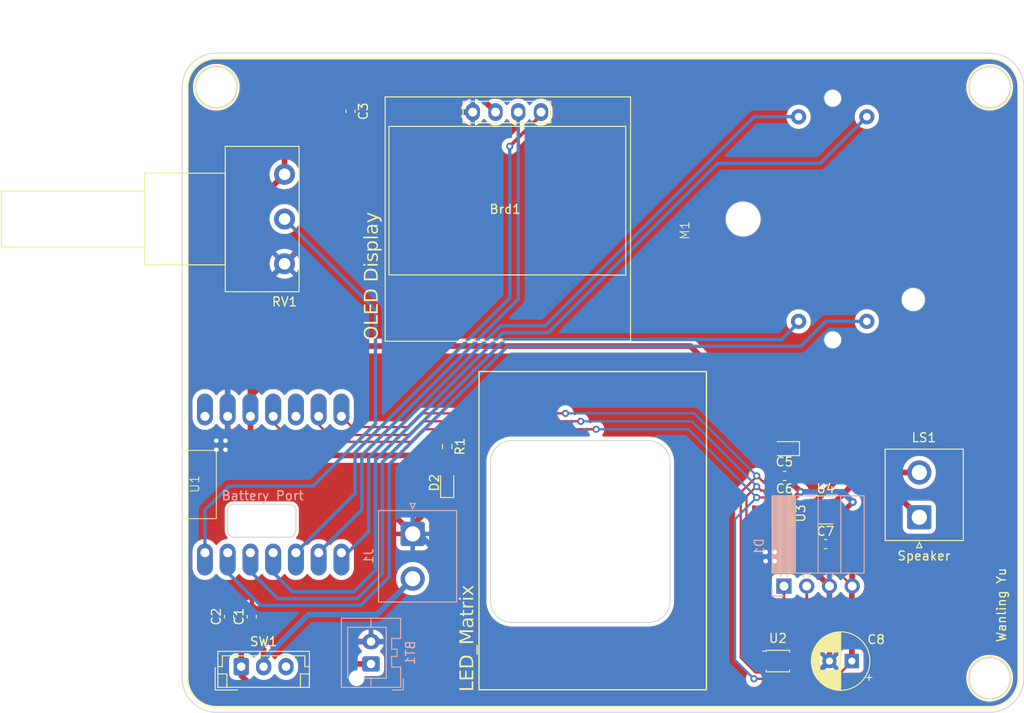
<source format=kicad_pcb>
(kicad_pcb (version 20221018) (generator pcbnew)
  (layers (0 "F.Cu" signal) (31 "B.Cu" signal) (34 "B.Paste" user) (35 "F.Paste" user) (36 "B.SilkS" user "B.Silkscreen") (37 "F.SilkS" user "F.Silkscreen") (38 "B.Mask" user) (39 "F.Mask" user) (44 "Edge.Cuts" user))
  (net 0 "")
  (net 2 "GND")
  (net 4 "/SCL")
  (net 5 "/SDA")
  (net 6 "+3.3V")
  (net 7 "Net-(U3-Vout)")
  (net 8 "Net-(U4-IN)")
  (net 9 "Net-(D1-CIN)")
  (net 10 "Net-(D1-DIN)")
  (net 11 "Net-(D2-A)")
  (net 12 "Net-(U4-OUT+)")
  (net 13 "Net-(U4-OUT-)")
  (net 14 "/M1")
  (net 15 "/M2")
  (net 16 "/M3")
  (net 17 "/M4")
  (net 18 "/Volumn")
  (net 20 "/SDI")
  (net 21 "/SCK")
  (net 22 "/CS")
  (net 23 "Net-(BT1-+)")
  (net 24 "Net-(J1-Pin_2)")
  (footprint "Capacitor_SMD:C_0603_1608Metric_Pad1.08x0.95mm_HandSolder" (layer "F.Cu") (at 81.4324 107.422 90)
    (fp_text reference "C2" (at 0 -1.43 90) (layer "F.SilkS"))
    (fp_text value "100n")
    (pad "1" smd roundrect (at -0.8625 0 90) (size 1.075 0.95) (layers "F.Cu" "F.Paste" "F.Mask") (net 23 "Net-(BT1-+)"))
    (pad "2" smd roundrect (at 0.8625 0 90) (size 1.075 0.95) (layers "F.Cu" "F.Paste" "F.Mask") (net 2 "GND"))
  )
  (footprint "Resistor_SMD:R_0603_1608Metric_Pad0.98x0.95mm_HandSolder" (layer "F.Cu") (at 105.791 88.4155 -90)
    (fp_text reference "R1" (at 0 -1.43 90) (layer "F.SilkS"))
    (fp_text value "1k")
    (pad "1" smd roundrect (at -0.9125 0 270) (size 0.975 0.95) (layers "F.Cu" "F.Paste" "F.Mask") (net 6 "+3.3V"))
    (pad "2" smd roundrect (at 0.9125 0 270) (size 0.975 0.95) (layers "F.Cu" "F.Paste" "F.Mask") (net 11 "Net-(D2-A)"))
  )
  (footprint "Capacitor_SMD:C_0603_1608Metric_Pad1.08x0.95mm_HandSolder" (layer "F.Cu") (at 94.996 50.957 -90)
    (fp_text reference "C3" (at 0 -1.43 90) (layer "F.SilkS"))
    (fp_text value "100n")
    (pad "1" smd roundrect (at -0.8625 0 270) (size 1.075 0.95) (layers "F.Cu" "F.Paste" "F.Mask") (net 6 "+3.3V"))
    (pad "2" smd roundrect (at 0.8625 0 270) (size 1.075 0.95) (layers "F.Cu" "F.Paste" "F.Mask") (net 2 "GND"))
  )
  (footprint "Potentiometer_THT:Potentiometer_Piher_PC-16_Single_Horizontal" (layer "F.Cu") (at 87.63 57.992 180)
    (fp_text reference "RV1" (at 0 -14.25) (layer "F.SilkS"))
    (fp_text value "R_Potentiometer")
    (pad "1" thru_hole circle (at 0 0 180) (size 2.34 2.34) (drill 1.3) (layers "*.Cu" "*.Mask") (net 6 "+3.3V"))
    (pad "2" thru_hole circle (at 0 -5 180) (size 2.34 2.34) (drill 1.3) (layers "*.Cu" "*.Mask") (net 18 "/Volumn"))
    (pad "3" thru_hole circle (at 0 -10 180) (size 2.34 2.34) (drill 1.3) (layers "*.Cu" "*.Mask") (net 2 "GND"))
  )
  (footprint "Capacitor_Tantalum_SMD:CP_EIA-1608-08_AVX-J_Pad1.25x1.05mm_HandSolder" (layer "F.Cu") (at 143.4477 88.6507 180)
    (fp_text reference "C5" (at 0 -1.48) (layer "F.SilkS"))
    (fp_text value "10u")
    (pad "1" smd roundrect (at -0.8 0 180) (size 1.25 1.05) (layers "F.Cu" "F.Paste" "F.Mask") (roundrect_rratio 0.2380952381) (net 6 "+3.3V"))
    (pad "2" smd roundrect (at 0.8 0 180) (size 1.25 1.05) (layers "F.Cu" "F.Paste" "F.Mask") (roundrect_rratio 0.2380952381) (net 2 "GND"))
  )
  (footprint "Capacitor_SMD:C_0603_1608Metric_Pad1.08x0.95mm_HandSolder" (layer "F.Cu") (at 143.4677 91.6987 180)
    (fp_text reference "C6" (at 0 -1.43) (layer "F.SilkS"))
    (fp_text value "100n")
    (pad "1" smd roundrect (at -0.8625 0 180) (size 1.075 0.95) (layers "F.Cu" "F.Paste" "F.Mask") (net 6 "+3.3V"))
    (pad "2" smd roundrect (at 0.8625 0 180) (size 1.075 0.95) (layers "F.Cu" "F.Paste" "F.Mask") (net 2 "GND"))
  )
  (footprint "Library:128x64OLED" (layer "F.Cu") (at 112.268 61.642)
    (fp_text reference "Brd1" (at 0 0.254) (layer "F.SilkS"))
    (fp_text value "SSD1306")
    (pad "1" thru_hole oval (at -3.62 -10.6 90) (size 2 1.6) (drill 1) (layers "*.Cu" "*.Mask") (net 2 "GND"))
    (pad "2" thru_hole oval (at -1.08 -10.6 90) (size 2 1.6) (drill 1) (layers "*.Cu" "*.Mask") (net 6 "+3.3V"))
    (pad "3" thru_hole oval (at 1.46 -10.6 90) (size 2 1.6) (drill 1) (layers "*.Cu" "*.Mask") (net 4 "/SCL"))
    (pad "4" thru_hole oval (at 4 -10.6 90) (size 2 1.6) (drill 1) (layers "*.Cu" "*.Mask") (net 5 "/SDA"))
  )
  (footprint "Connector_JST:JST_EH_B3B-EH-A_1x03_P2.50mm_Vertical" (layer "F.Cu") (at 82.7932 113.0106)
    (fp_text reference "SW1" (at 2.5 -2.8) (layer "F.SilkS"))
    (fp_text value "SW_SPDT")
    (pad "1" thru_hole roundrect (at 0 0) (size 1.7 1.95) (drill 0.95) (layers "*.Cu" "*.Mask") (roundrect_rratio 0.1470588235) (net 23 "Net-(BT1-+)"))
    (pad "2" thru_hole oval (at 2.5 0) (size 1.7 1.95) (drill 0.95) (layers "*.Cu" "*.Mask") (net 24 "Net-(J1-Pin_2)"))
    (pad "3" thru_hole oval (at 5 0) (size 1.7 1.95) (drill 0.95) (layers "*.Cu" "*.Mask"))
  )
  (footprint "Library:X27_stepper_motor" (layer "F.Cu") (at 159.004 60.452 90)
    (fp_text reference "M1" (at -3.81 -26.67 90 unlocked) (layer "F.SilkS") (effects (font (thickness 0.1))))
    (fp_text value "Stepper_Motor_bipolar")
    (fp_circle (center -16.04 -10.16) (end -15.09 -10.16) (stroke (width 0.05)) (fill none) (layer "Edge.Cuts"))
    (fp_circle (center -11.54 -1.16) (end -10.24 -1.16) (stroke (width 0.05)) (fill none) (layer "Edge.Cuts"))
    (fp_circle (center -2.54 -20.16) (end -0.59 -20.16) (stroke (width 0.05)) (fill none) (layer "Edge.Cuts"))
    (fp_circle (center 10.96 -10.16) (end 11.91 -10.16) (stroke (width 0.05)) (fill none) (layer "Edge.Cuts"))
    (pad "1" thru_hole circle (at 8.89 -13.97 90) (size 1.7 1.7) (drill 0.85) (layers "*.Cu" "*.Mask") (net 14 "/M1"))
    (pad "2" thru_hole circle (at 8.89 -6.35 90) (size 1.7 1.7) (drill 0.85) (layers "*.Cu" "*.Mask") (net 15 "/M2"))
    (pad "3" thru_hole circle (at -13.97 -6.35 90) (size 1.7 1.7) (drill 0.85) (layers "*.Cu" "*.Mask") (net 16 "/M3"))
    (pad "4" thru_hole circle (at -13.97 -13.97 90) (size 1.7 1.7) (drill 0.85) (layers "*.Cu" "*.Mask") (net 17 "/M4"))
  )
  (footprint "Package_DFN_QFN:DFN-8-1EP_3x2mm_P0.5mm_EP1.3x1.5mm" (layer "F.Cu") (at 143.2137 95.8897 -90)
    (fp_text reference "U3" (at 0 -2.05 90) (layer "F.SilkS"))
    (fp_text value "MCP4921")
    (pad "1" smd rect (at -1.45 -0.75 270) (size 0.75 0.3) (layers "F.Cu" "F.Paste" "F.Mask") (net 6 "+3.3V"))
    (pad "2" smd rect (at -1.45 -0.25 270) (size 0.75 0.3) (layers "F.Cu" "F.Paste" "F.Mask") (net 22 "/CS"))
    (pad "3" smd rect (at -1.45 0.25 270) (size 0.75 0.3) (layers "F.Cu" "F.Paste" "F.Mask") (net 21 "/SCK"))
    (pad "4" smd rect (at -1.45 0.75 270) (size 0.75 0.3) (layers "F.Cu" "F.Paste" "F.Mask") (net 20 "/SDI"))
    (pad "5" smd rect (at 1.45 0.75 270) (size 0.75 0.3) (layers "F.Cu" "F.Paste" "F.Mask") (net 2 "GND"))
    (pad "6" smd rect (at 1.45 0.25 270) (size 0.75 0.3) (layers "F.Cu" "F.Paste" "F.Mask") (net 6 "+3.3V"))
    (pad "7" smd rect (at 1.45 -0.25 270) (size 0.75 0.3) (layers "F.Cu" "F.Paste" "F.Mask") (net 2 "GND"))
    (pad "8" smd rect (at 1.45 -0.75 270) (size 0.75 0.3) (layers "F.Cu" "F.Paste" "F.Mask") (net 7 "Net-(U3-Vout)"))
    (pad "9" smd rect (at 0 0 270) (size 1.3 1.5) (layers "F.Cu" "F.Mask") (net 2 "GND"))
  )
  (footprint "Library:XIAO_ESP32_SENSE" (layer "F.Cu") (at 86.36 92.6592 90)
    (fp_text reference "U1" (at 0.0508 -8.763 90 unlocked) (layer "F.SilkS") (effects (font (thickness 0.1))))
    (fp_text value "Xiao-ESP32")
    (pad "1" thru_hole oval (at -7.62 -7.62 90) (size 3.556 1.778) (drill 1.016 (offset -0.762 0)) (layers "*.Cu" "*.Mask") (net 18 "/Volumn"))
    (pad "2" thru_hole oval (at -7.62 -5.08 90) (size 3.556 1.778) (drill 1.016 (offset -0.762 0)) (layers "*.Cu" "*.Mask") (net 16 "/M3"))
    (pad "3" thru_hole oval (at -7.62 -2.54 90) (size 3.556 1.778) (drill 1.016 (offset -0.762 0)) (layers "*.Cu" "*.Mask") (net 17 "/M4"))
    (pad "4" thru_hole oval (at -7.62 0 90) (size 3.556 1.778) (drill 1.016 (offset -0.762 0)) (layers "*.Cu" "*.Mask") (net 15 "/M2"))
    (pad "5" thru_hole oval (at -7.62 2.54 90) (size 3.556 1.778) (drill 1.016 (offset -0.762 0)) (layers "*.Cu" "*.Mask") (net 5 "/SDA"))
    (pad "6" thru_hole oval (at -7.62 5.08 90) (size 3.556 1.778) (drill 1.016 (offset -0.762 0)) (layers "*.Cu" "*.Mask") (net 4 "/SCL"))
    (pad "7" thru_hole oval (at -7.62 7.62 90) (size 3.556 1.778) (drill 1.016 (offset -0.762 0)) (layers "*.Cu" "*.Mask") (net 14 "/M1"))
    (pad "8" thru_hole oval (at 7.62 -7.62 90) (size 3.556 1.778) (drill 1.016 (offset 0.762 0)) (layers "*.Cu" "*.Mask"))
    (pad "9" thru_hole oval (at 7.62 -5.08 90) (size 3.556 1.778) (drill 1.016 (offset 0.762 0)) (layers "*.Cu" "*.Mask") (net 2 "GND"))
    (pad "10" thru_hole oval (at 7.62 -2.54 90) (size 3.556 1.778) (drill 1.016 (offset 0.762 0)) (layers "*.Cu" "*.Mask") (net 6 "+3.3V"))
    (pad "11" thru_hole oval (at 7.62 0 90) (size 3.556 1.778) (drill 1.016 (offset 0.762 0)) (layers "*.Cu" "*.Mask") (net 20 "/SDI"))
    (pad "12" thru_hole oval (at 7.62 2.54 90) (size 3.556 1.778) (drill 1.016 (offset 0.762 0)) (layers "*.Cu" "*.Mask"))
    (pad "13" thru_hole oval (at 7.62 5.08 90) (size 3.556 1.778) (drill 1.016 (offset 0.762 0)) (layers "*.Cu" "*.Mask") (net 21 "/SCK"))
    (pad "14" thru_hole oval (at 7.62 7.62 90) (size 3.556 1.778) (drill 1.016 (offset 0.762 0)) (layers "*.Cu" "*.Mask") (net 22 "/CS"))
  )
  (footprint "Package_TO_SOT_SMD:SOT-23-6" (layer "F.Cu") (at 148.0397 95.5087)
    (fp_text reference "U4" (at 0 -2.4) (layer "F.SilkS"))
    (fp_text value "PAM8301")
    (pad "1" smd roundrect (at -1.1375 -0.95) (size 1.325 0.6) (layers "F.Cu" "F.Paste" "F.Mask") (net 13 "Net-(U4-OUT-)"))
    (pad "2" smd roundrect (at -1.1375 0) (size 1.325 0.6) (layers "F.Cu" "F.Paste" "F.Mask") (net 2 "GND"))
    (pad "3" smd roundrect (at -1.1375 0.95) (size 1.325 0.6) (layers "F.Cu" "F.Paste" "F.Mask") (net 8 "Net-(U4-IN)"))
    (pad "4" smd roundrect (at 1.1375 0.95) (size 1.325 0.6) (layers "F.Cu" "F.Paste" "F.Mask") (net 6 "+3.3V"))
    (pad "5" smd roundrect (at 1.1375 0) (size 1.325 0.6) (layers "F.Cu" "F.Paste" "F.Mask") (net 6 "+3.3V"))
    (pad "6" smd roundrect (at 1.1375 -0.95) (size 1.325 0.6) (layers "F.Cu" "F.Paste" "F.Mask") (net 12 "Net-(U4-OUT+)"))
  )
  (footprint "Capacitor_SMD:C_0603_1608Metric_Pad1.08x0.95mm_HandSolder" (layer "F.Cu") (at 148.0397 99.3187)
    (fp_text reference "C7" (at 0 -1.43) (layer "F.SilkS"))
    (fp_text value "100n")
    (pad "1" smd roundrect (at -0.8625 0) (size 1.075 0.95) (layers "F.Cu" "F.Paste" "F.Mask") (net 7 "Net-(U3-Vout)"))
    (pad "2" smd roundrect (at 0.8625 0) (size 1.075 0.95) (layers "F.Cu" "F.Paste" "F.Mask") (net 8 "Net-(U4-IN)"))
  )
  (footprint "Capacitor_SMD:C_0603_1608Metric_Pad1.08x0.95mm_HandSolder" (layer "F.Cu") (at 83.9724 107.422 90)
    (fp_text reference "C1" (at 0 -1.43 90) (layer "F.SilkS"))
    (fp_text value "1u")
    (pad "1" smd roundrect (at -0.8625 0 90) (size 1.075 0.95) (layers "F.Cu" "F.Paste" "F.Mask") (net 24 "Net-(J1-Pin_2)"))
    (pad "2" smd roundrect (at 0.8625 0 90) (size 1.075 0.95) (layers "F.Cu" "F.Paste" "F.Mask") (net 2 "GND"))
  )
  (footprint "Connector_JST:JST_NV_B02P-NV_1x02_P5.00mm_Vertical" (layer "F.Cu") (at 158.5133 96.313 90)
    (fp_text reference "LS1" (at 8.89 0.508 180) (layer "F.SilkS"))
    (fp_text value "Speaker")
    (pad "1" thru_hole roundrect (at 0 0 90) (size 2.7 2.7) (drill 1.7) (layers "*.Cu" "*.Mask") (roundrect_rratio 0.09259296296) (net 12 "Net-(U4-OUT+)"))
    (pad "2" thru_hole circle (at 5 0 90) (size 2.7 2.7) (drill 1.7) (layers "*.Cu" "*.Mask") (net 13 "Net-(U4-OUT-)"))
  )
  (footprint "LED_SMD:LED_0603_1608Metric_Pad1.05x0.95mm_HandSolder" (layer "F.Cu") (at 105.791 92.456 90)
    (fp_text reference "D2" (at 0 -1.43 90) (layer "F.SilkS"))
    (fp_text value "LED")
    (pad "1" smd roundrect (at -0.875 0 90) (size 1.05 0.95) (layers "F.Cu" "F.Paste" "F.Mask") (net 2 "GND"))
    (pad "2" smd roundrect (at 0.875 0 90) (size 1.05 0.95) (layers "F.Cu" "F.Paste" "F.Mask") (net 11 "Net-(D2-A)"))
  )
  (footprint "Package_SO:VSSOP-8_2.4x2.1mm_P0.5mm" (layer "F.Cu") (at 142.7203 112.3892)
    (fp_text reference "U2" (at 0 -2.54) (layer "F.SilkS"))
    (fp_text value "TXB0102DCU")
    (pad "1" smd rect (at -1.55 -0.75) (size 0.75 0.25) (layers "F.Cu" "F.Paste" "F.Mask") (net 9 "Net-(D1-CIN)"))
    (pad "2" smd rect (at -1.55 -0.25) (size 0.75 0.25) (layers "F.Cu" "F.Paste" "F.Mask") (net 2 "GND"))
    (pad "3" smd rect (at -1.55 0.25) (size 0.75 0.25) (layers "F.Cu" "F.Paste" "F.Mask") (net 6 "+3.3V"))
    (pad "4" smd rect (at -1.55 0.75) (size 0.75 0.25) (layers "F.Cu" "F.Paste" "F.Mask") (net 21 "/SCK"))
    (pad "5" smd rect (at 1.55 0.75) (size 0.75 0.25) (layers "F.Cu" "F.Paste" "F.Mask") (net 20 "/SDI"))
    (pad "6" smd rect (at 1.55 0.25) (size 0.75 0.25) (layers "F.Cu" "F.Paste" "F.Mask") (net 22 "/CS"))
    (pad "7" smd rect (at 1.55 -0.25) (size 0.75 0.25) (layers "F.Cu" "F.Paste" "F.Mask") (net 6 "+3.3V"))
    (pad "8" smd rect (at 1.55 -0.75) (size 0.75 0.25) (layers "F.Cu" "F.Paste" "F.Mask") (net 10 "Net-(D1-DIN)"))
  )
  (footprint "Capacitor_THT:CP_Radial_D6.3mm_P2.50mm" (layer "F.Cu") (at 150.9803 112.3892 180)
    (fp_text reference "C8" (at -2.707 2.4072) (layer "F.SilkS"))
    (fp_text value locked "220u")
    (pad "1" thru_hole rect (at 0 0 180) (size 1.6 1.6) (drill 0.8) (layers "*.Cu" "*.Mask") (net 6 "+3.3V"))
    (pad "2" thru_hole circle (at 2.5 0 180) (size 1.6 1.6) (drill 0.8) (layers "*.Cu" "*.Mask") (net 2 "GND"))
  )
  (footprint "Connector_PinSocket_2.54mm:PinSocket_1x04_P2.54mm_Horizontal" (layer "B.Cu") (at 143.4003 104.013 -90)
    (fp_text reference "D1" (at -4.38 2.77 90) (layer "B.SilkS") (effects (justify mirror)))
    (fp_text value "LED_Matrix")
    (pad "1" thru_hole rect (at 0 0 270) (size 1.7 1.7) (drill 1) (layers "*.Cu" "*.Mask") (net 9 "Net-(D1-CIN)"))
    (pad "2" thru_hole oval (at 0 -2.54 270) (size 1.7 1.7) (drill 1) (layers "*.Cu" "*.Mask") (net 10 "Net-(D1-DIN)"))
    (pad "3" thru_hole oval (at 0 -5.08 270) (size 1.7 1.7) (drill 1) (layers "*.Cu" "*.Mask") (net 2 "GND"))
    (pad "4" thru_hole oval (at 0 -7.62 270) (size 1.7 1.7) (drill 1) (layers "*.Cu" "*.Mask") (net 6 "+3.3V"))
  )
  (footprint "Connector_JST:JST_XA_B02B-XASK-1-A_1x02_P2.50mm_Vertical" (layer "B.Cu") (at 97.282 112.7106 90)
    (fp_text reference "BT1" (at 1.25 4.4 90) (layer "B.SilkS") (effects (justify mirror)))
    (fp_text value "Battery_Cell")
    (pad "" np_thru_hole circle (at -1.6 -1.6 90) (size 1.25 1.25) (drill 1.25) (layers "*.Cu" "*.Mask"))
    (pad "1" thru_hole roundrect (at 0 0 90) (size 1.7 1.95) (drill 0.95) (layers "*.Cu" "*.Mask") (roundrect_rratio 0.1470588235) (net 23 "Net-(BT1-+)"))
    (pad "2" thru_hole oval (at 2.5 0 90) (size 1.7 1.95) (drill 0.95) (layers "*.Cu" "*.Mask") (net 2 "GND"))
  )
  (footprint "Connector_JST:JST_NV_B02P-NV_1x02_P5.00mm_Vertical" (layer "B.Cu") (at 101.939 98.1795 -90)
    (fp_text reference "J1" (at 2.5 4.9 -270) (layer "B.SilkS") (effects (justify mirror)))
    (fp_text value "Conn_01x02_Pin")
    (pad "1" thru_hole roundrect (at 0 0 270) (size 2.7 2.7) (drill 1.7) (layers "*.Cu" "*.Mask") (roundrect_rratio 0.09259296296) (net 2 "GND"))
    (pad "2" thru_hole circle (at 5 0 270) (size 2.7 2.7) (drill 1.7) (layers "*.Cu" "*.Mask") (net 24 "Net-(J1-Pin_2)"))
  )
  (gr_arc (start 80.01 117.475) (mid 77.764936 116.545064) (end 76.835 114.3) (stroke (width 0.15)) (layer "F.SilkS"))
  (gr_rect (start 109.347 80.03179) (end 134.747 115.59179) (stroke (width 0.15)) (fill none) (layer "F.SilkS"))
  (gr_arc (start 166.37 45.085) (mid 168.615064 46.014936) (end 169.545 48.26) (stroke (width 0.15)) (layer "F.SilkS"))
  (gr_circle (center 80.01 48.26) (end 82.423 48.26) (stroke (width 0.15)) (fill none) (layer "F.SilkS"))
  (gr_line (start 80.01 45.085) (end 166.37 45.085) (stroke (width 0.15)) (layer "F.SilkS"))
  (gr_line (start 166.37 117.475) (end 80.01 117.475) (stroke (width 0.15)) (layer "F.SilkS"))
  (gr_circle (center 166.37 114.3) (end 168.783 114.3) (stroke (width 0.15)) (fill none) (layer "F.SilkS"))
  (gr_arc (start 76.835 48.26) (mid 77.764936 46.014936) (end 80.01 45.085) (stroke (width 0.15)) (layer "F.SilkS"))
  (gr_circle (center 166.37 48.26) (end 168.783 48.26) (stroke (width 0.15)) (fill none) (layer "F.SilkS"))
  (gr_line (start 76.835 114.3) (end 76.835 48.26) (stroke (width 0.15)) (layer "F.SilkS"))
  (gr_arc (start 169.545 114.3) (mid 168.615064 116.545064) (end 166.37 117.475) (stroke (width 0.15)) (layer "F.SilkS"))
  (gr_line (start 169.545 48.26) (end 169.545 114.3) (stroke (width 0.15)) (layer "F.SilkS"))
  (gr_circle (center 80.01 48.26) (end 82.296 48.26) (stroke (width 0.1)) (fill none) (layer "Edge.Cuts"))
  (gr_line (start 88.9 97.79) (end 88.9 95.504) (stroke (width 0.1)) (layer "Edge.Cuts"))
  (gr_line (start 110.617 90.17) (end 110.617 105.664) (stroke (width 0.1)) (layer "Edge.Cuts"))
  (gr_arc (start 128.27 87.757) (mid 129.976249 88.463751) (end 130.683 90.17) (stroke (width 0.1)) (layer "Edge.Cuts"))
  (gr_line (start 80.01 118.11) (end 166.37 118.11) (stroke (width 0.1)) (layer "Edge.Cuts"))
  (gr_arc (start 113.03 108.077) (mid 111.323751 107.370249) (end 110.617 105.664) (stroke (width 0.1)) (layer "Edge.Cuts"))
  (gr_arc (start 170.18 114.3) (mid 169.064077 116.994077) (end 166.37 118.11) (stroke (width 0.1)) (layer "Edge.Cuts"))
  (gr_line (start 88.265 94.869) (end 81.915 94.869) (stroke (width 0.1)) (layer "Edge.Cuts"))
  (gr_arc (start 166.37 44.45) (mid 169.064077 45.565923) (end 170.18 48.26) (stroke (width 0.1)) (layer "Edge.Cuts"))
  (gr_arc (start 88.265 94.869) (mid 88.714013 95.054987) (end 88.9 95.504) (stroke (width 0.1)) (layer "Edge.Cuts"))
  (gr_arc (start 81.28 95.504) (mid 81.465987 95.054987) (end 81.915 94.869) (stroke (width 0.1)) (layer "Edge.Cuts"))
  (gr_arc (start 130.683 105.664) (mid 129.976249 107.370249) (end 128.27 108.077) (stroke (width 0.1)) (layer "Edge.Cuts"))
  (gr_line (start 130.683 105.664) (end 130.683 90.17) (stroke (width 0.1)) (layer "Edge.Cuts"))
  (gr_arc (start 76.2 48.26) (mid 77.315923 45.565923) (end 80.01 44.45) (stroke (width 0.1)) (layer "Edge.Cuts"))
  (gr_circle (center 166.37 114.3) (end 168.656 114.3) (stroke (width 0.1)) (fill none) (layer "Edge.Cuts"))
  (gr_line (start 170.18 48.26) (end 170.18 114.3) (stroke (width 0.1)) (layer "Edge.Cuts"))
  (gr_arc (start 80.01 118.11) (mid 77.323786 116.986214) (end 76.2 114.3) (stroke (width 0.1)) (layer "Edge.Cuts"))
  (gr_circle (center 166.37 48.26) (end 168.656 48.26) (stroke (width 0.1)) (fill none) (layer "Edge.Cuts"))
  (gr_line (start 76.2 114.3) (end 76.2 48.26) (stroke (width 0.1)) (layer "Edge.Cuts"))
  (gr_line (start 80.01 44.45) (end 166.37 44.45) (stroke (width 0.1)) (layer "Edge.Cuts"))
  (gr_arc (start 110.617 90.17) (mid 111.323751 88.463751) (end 113.03 87.757) (stroke (width 0.1)) (layer "Edge.Cuts"))
  (gr_arc (start 88.9 97.79) (mid 88.676815 98.328815) (end 88.138 98.552) (stroke (width 0.1)) (layer "Edge.Cuts"))
  (gr_arc (start 82.042 98.552) (mid 81.503185 98.328815) (end 81.28 97.79) (stroke (width 0.1)) (layer "Edge.Cuts"))
  (gr_line (start 81.28 95.504) (end 81.28 97.79) (stroke (width 0.1)) (layer "Edge.Cuts"))
  (gr_line (start 128.27 87.757) (end 113.03 87.757) (stroke (width 0.1)) (layer "Edge.Cuts"))
  (gr_line (start 82.042 98.552) (end 88.138 98.552) (stroke (width 0.1)) (layer "Edge.Cuts"))
  (gr_line (start 113.03 108.077) (end 128.27 108.077) (stroke (width 0.1)) (layer "Edge.Cuts"))
  (gr_text "Battery Port" (at 80.518 94.488) (layer "B.SilkS") (effects (font (size 1 1)) (justify left bottom)))
  (gr_text "LED_Matrix" (at 108.966 115.824 90) (layer "F.SilkS") (effects (font (size 1.524 1.524)) (justify left bottom)))
  (gr_text "Wanling Yu" (at 168.275 110.363 90) (layer "F.SilkS") (effects (font (size 1 1)) (justify left bottom)))
  (gr_text "Speaker" (at 155.9733 101.219) (layer "F.SilkS") (effects (font (size 1 1)) (justify left bottom)))
  (gr_text "OLED Display" (at 98.298 76.581 90) (layer "F.SilkS") (effects (font (size 1.524 1.524)) (justify left bottom)))
  (segment (start 143.4637 97.3397) (end 143.4637 96.1397) (width 0.2032) (layer "F.Cu") (net 2))
  (segment (start 146.5753 102.108) (end 145.1783 102.108) (width 0.635) (layer "F.Cu") (net 2))
  (segment (start 142.4633 96.6397) (end 143.2133 95.8897) (width 0.2032) (layer "F.Cu") (net 2))
  (segment (start 94.996 51.8195) (end 94.996 60.626) (width 0.635) (layer "F.Cu") (net 2))
  (segment (start 143.5943 95.5087) (end 143.2137 95.8893) (width 0.381) (layer "F.Cu") (net 2))
  (segment (start 85.598 90.805) (end 94.5645 90.805) (width 0.635) (layer "F.Cu") (net 2))
  (segment (start 83.9789 106.553) (end 83.9724 106.5595) (width 0.635) (layer "F.Cu") (net 2))
  (segment (start 148.8618 112.3435) (end 148.526 112.3435) (width 0.25) (layer "F.Cu") (net 2))
  (segment (start 81.28 85.0392) (end 81.28 86.487) (width 0.635) (layer "F.Cu") (net 2))
  (segment (start 142.8537 95.8897) (end 143.2137 95.8897) (width 0.635) (layer "F.Cu") (net 2))
  (segment (start 146.9022 95.5087) (end 143.5947 95.5087) (width 0.508) (layer "F.Cu") (net 2))
  (segment (start 148.4803 104.013) (end 148.4803 112.389) (width 0.635) (layer "F.Cu") (net 2))
  (segment (start 148.526 112.3435) (end 148.4803 112.3892) (width 0.25) (layer "F.Cu") (net 2))
  (segment (start 141.1703 112.1392) (end 140.4775 112.1392) (width 0.254) (layer "F.Cu") (net 2))
  (segment (start 101.939 98.1795) (end 101.939 97.183) (width 0.635) (layer "F.Cu") (net 2))
  (segment (start 97.282 110.2106) (end 91.9226 110.2106) (width 0.635) (layer "F.Cu") (net 2))
  (segment (start 142.2962 99.2259) (end 142.2962 96.4472) (width 0.635) (layer "F.Cu") (net 2))
  (segment (start 148.4803 104.013) (end 146.5753 102.108) (width 0.635) (layer "F.Cu") (net 2))
  (segment (start 95.7735 51.042) (end 94.996 51.8195) (width 0.635) (layer "F.Cu") (net 2))
  (segment (start 81.28 86.487) (end 85.598 90.805) (width 0.635) (layer "F.Cu") (net 2))
  (segment (start 108.648 51.042) (end 95.7735 51.042) (width 0.635) (layer "F.Cu") (net 2))
  (segment (start 143.2137 95.8893) (end 143.2137 95.8897) (width 0.25) (layer "F.Cu") (net 2))
  (segment (start 143.4637 96.1397) (end 143.2137 95.8897) (width 0.25) (layer "F.Cu") (net 2))
  (segment (start 142.2962 96.4472) (end 142.8537 95.8897) (width 0.635) (layer "F.Cu") (net 2))
  (segment (start 148.0993 104.013) (end 148.4803 104.013) (width 0.25) (layer "F.Cu") (net 2))
  (segment (start 143.2137 95.8893) (end 143.2133 95.8897) (width 0.381) (layer "F.Cu") (net 2))
  (segment (start 140.4775 112.1392) (end 139.954 111.6157) (width 0.254) (layer "F.Cu") (net 2))
  (segment (start 148.8163 112.298) (end 148.8618 112.3435) (width 0.635) (layer "F.Cu") (net 2))
  (segment (start 94.996 60.626) (end 87.63 67.992) (width 0.635) (layer "F.Cu") (net 2))
  (segment (start 142.6477 88.6507) (end 142.6052 88.6932) (width 0.25) (layer "F.Cu") (net 2))
  (segment (start 148.8618 112.3435) (end 148.9073 112.389) (width 0.635) (layer "F.Cu") (net 2))
  (segment (start 88.265 106.553) (end 83.9789 106.553) (width 0.635) (layer "F.Cu") (net 2))
  (segment (start 101.939 97.183) (end 105.791 93.331) (width 0.635) (layer "F.Cu") (net 2))
  (segment (start 94.5645 90.805) (end 101.939 98.1795) (width 0.635) (layer "F.Cu") (net 2))
  (segment (start 148.4803 112.389) (end 148.4803 112.3892) (width 0.25) (layer "F.Cu") (net 2))
  (segment (start 139.954 101.5681) (end 142.2962 99.2259) (width 0.254) (layer "F.Cu") (net 2))
  (segment (start 142.4633 97.3397) (end 142.4633 96.6397) (width 0.2032) (layer "F.Cu") (net 2))
  (segment (start 143.4633 96.1397) (end 143.2133 95.8897) (width 0.2032) (layer "F.Cu") (net 2))
  (segment (start 142.4633 97.3397) (end 142.4637 97.3397) (width 0.25) (layer "F.Cu") (net 2))
  (segment (start 139.954 111.6157) (end 139.954 101.5681) (width 0.254) (layer "F.Cu") (net 2))
  (segment (start 145.1783 102.108) (end 142.2962 99.2259) (width 0.635) (layer "F.Cu") (net 2))
  (segment (start 142.4633 97.3397) (end 142.4633 98.377) (width 0.25) (layer "F.Cu") (net 2))
  (segment (start 142.6052 88.6932) (end 142.6052 91.6987) (width 0.25) (layer "F.Cu") (net 2))
  (segment (start 91.9226 110.2106) (end 88.265 106.553) (width 0.635) (layer "F.Cu") (net 2))
  (segment (start 143.5947 95.5087) (end 143.2137 95.8897) (width 0.508) (layer "F.Cu") (net 2))
  (segment (start 81.4324 106.5595) (end 83.9724 106.5595) (width 0.635) (layer "F.Cu") (net 2))
  (segment (start 146.9023 95.5087) (end 146.9022 95.5087) (width 0.381) (layer "F.Cu") (net 2))
  (via (at 141.351 100.203) (size 1.016) (drill 0.508) (layers "F.Cu" "B.Cu") (net 2))
  (via (at 80.01 88.773) (size 1.016) (drill 0.508) (layers "F.Cu" "B.Cu") (net 2))
  (via (at 81.026 87.757) (size 1.016) (drill 0.508) (layers "F.Cu" "B.Cu") (net 2))
  (via (at 80.01 87.757) (size 1.016) (drill 0.508) (layers "F.Cu" "B.Cu") (net 2))
  (via (at 142.367 100.203) (size 1.016) (drill 0.508) (layers "F.Cu" "B.Cu") (net 2))
  (via (at 141.351 101.219) (size 1.016) (drill 0.508) (layers "F.Cu" "B.Cu") (net 2))
  (via (at 81.026 88.773) (size 1.016) (drill 0.508) (layers "F.Cu" "B.Cu") (net 2))
  (via (at 142.367 101.219) (size 1.016) (drill 0.508) (layers "F.Cu" "B.Cu") (net 2))
  (segment (start 105.41 104.902) (end 110.617 110.109) (width 0.635) (layer "B.Cu") (net 2))
  (segment (start 100.1014 110.2106) (end 105.41 104.902) (width 0.635) (layer "B.Cu") (net 2))
  (segment (start 114.173 110.109) (end 119.761 115.697) (width 0.635) (layer "B.Cu") (net 2))
  (segment (start 110.617 110.109) (end 114.173 110.109) (width 0.635) (layer "B.Cu") (net 2))
  (segment (start 87.63 67.992) (end 81.28 74.342) (width 0.635) (layer "B.Cu") (net 2))
  (segment (start 119.761 115.697) (end 145.1725 115.697) (width 0.635) (layer "B.Cu") (net 2))
  (segment (start 81.28 74.342) (end 81.28 85.0392) (width 0.635) (layer "B.Cu") (net 2))
  (segment (start 105.41 104.902) (end 105.41 100.965) (width 0.635) (layer "B.Cu") (net 2))
  (segment (start 97.282 110.2106) (end 100.1014 110.2106) (width 0.635) (layer "B.Cu") (net 2))
  (segment (start 102.6245 98.1795) (end 101.939 98.1795) (width 0.635) (layer "B.Cu") (net 2))
  (segment (start 145.1725 115.697) (end 148.4803 112.3892) (width 0.635) (layer "B.Cu") (net 2))
  (segment (start 105.41 100.965) (end 102.6245 98.1795) (width 0.635) (layer "B.Cu") (net 2))
  (segment (start 91.44 100.2792) (end 96.266 95.4532) (width 0.381) (layer "B.Cu") (net 4))
  (segment (start 96.266 89.408) (end 113.728 71.946) (width 0.381) (layer "B.Cu") (net 4))
  (segment (start 96.266 95.4532) (end 96.266 89.408) (width 0.381) (layer "B.Cu") (net 4))
  (segment (start 113.728 71.946) (end 113.728 51.042) (width 0.381) (layer "B.Cu") (net 4))
  (segment (start 112.776 54.864) (end 116.268 51.372) (width 0.381) (layer "F.Cu") (net 5))
  (segment (start 116.268 51.372) (end 116.268 51.042) (width 0.381) (layer "F.Cu") (net 5))
  (via (at 112.776 54.864) (size 0.8) (drill 0.4) (layers "F.Cu" "B.Cu") (net 5))
  (segment (start 112.776 71.8185) (end 95.504 89.0905) (width 0.381) (layer "B.Cu") (net 5))
  (segment (start 95.504 89.0905) (end 95.504 93.6752) (width 0.381) (layer "B.Cu") (net 5))
  (segment (start 95.504 93.6752) (end 88.9 100.2792) (width 0.381) (layer "B.Cu") (net 5))
  (segment (start 112.776 54.864) (end 112.776 71.8185) (width 0.381) (layer "B.Cu") (net 5))
  (segment (start 142.28675 112.6392) (end 141.1703 112.6392) (width 0.25) (layer "F.Cu") (net 6))
  (segment (start 144.2703 112.1392) (end 142.78675 112.1392) (width 0.25) (layer "F.Cu") (net 6))
  (segment (start 144.2475 88.6509) (end 144.3563 88.7597) (width 0.635) (layer "F.Cu") (net 6))
  (segment (start 144.3563 91.6722) (end 144.3303 91.6987) (width 0.635) (layer "F.Cu") (net 6))
  (segment (start 145.5593 101.219) (end 148.2263 101.219) (width 0.25) (layer "F.Cu") (net 6))
  (segment (start 150.9803 112.389) (end 150.9803 104.053) (width 0.635) (layer "F.Cu") (net 6))
  (segment (start 144.2473 88.6507) (end 144.2475 88.6509) (width 0.635) (layer "F.Cu") (net 6))
  (segment (start 149.1773 95.9837) (end 149.1773 96.4587) (width 0.5588) (layer "F.Cu") (net 6))
  (segment (start 150.9803 112.435) (end 149.4963 113.919) (width 0.25) (layer "F.Cu") (net 6))
  (segment (start 151.0873 94.6197) (end 150.1983 95.5087) (width 0.5588) (layer "F.Cu") (net 6))
  (segment (start 142.78675 112.1392) (end 142.28675 112.6392) (width 0.25) (layer "F.Cu") (net 6))
  (segment (start 142.9637 98.6234) (end 145.5593 101.219) (width 0.25) (layer "F.Cu") (net 6))
  (segment (start 150.9803 112.389) (end 150.9803 112.3892) (width 0.25) (layer "F.Cu") (net 6))
  (segment (start 108.66 48.514) (end 111.188 51.042) (width 0.635) (layer "F.Cu") (net 6))
  (segment (start 144.2477 88.4947) (end 144.2477 88.6507) (width 0.635) (layer "F.Cu") (net 6))
  (segment (start 150.9803 104.053) (end 151.0203 104.013) (width 0.635) (layer "F.Cu") (net 6))
  (segment (start 149.1773 96.4587) (end 149.1772 96.4587) (width 0.25) (layer "F.Cu") (net 6))
  (segment (start 145.6761 112.1392) (end 144.2703 112.1392) (width 0.25) (layer "F.Cu") (net 6))
  (segment (start 83.82 61.802) (end 87.63 57.992) (width 0.635) (layer "F.Cu") (net 6))
  (segment (start 89.4365 77.1875) (end 132.9405 77.1875) (width 0.635) (layer "F.Cu") (net 6))
  (segment (start 87.63 53.975) (end 91.5105 50.0945) (width 0.635) (layer "F.Cu") (net 6))
  (segment (start 87.63 57.992) (end 87.63 53.975) (width 0.635) (layer "F.Cu") (net 6))
  (segment (start 147.4559 113.919) (end 145.6761 112.1392) (width 0.25) (layer "F.Cu") (net 6))
  (segment (start 143.9637 94.4397) (end 144.1313 94.4397) (width 0.25) (layer "F.Cu") (net 6))
  (segment (start 145.2453 93.4767) (end 144.2823 94.4397) (width 0.5588) (layer "F.Cu") (net 6))
  (segment (start 104.013 87.503) (end 102.108 89.408) (width 0.635) (layer "F.Cu") (net 6))
  (segment (start 105.791 87.503) (end 104.013 87.503) (width 0.635) (layer "F.Cu") (net 6))
  (segment (start 151.3818 112.3635) (end 151.4073 112.389) (width 0.635) (layer "F.Cu") (net 6))
  (segment (start 144.3303 91.6987) (end 144.3303 92.5612) (width 0.635) (layer "F.Cu") (net 6))
  (segment (start 144.3303 92.5612) (end 145.2453 93.4767) (width 0.635) (layer "F.Cu") (net 6))
  (segment (start 149.4963 113.919) (end 147.4559 113.919) (width 0.25) (layer "F.Cu") (net 6))
  (segment (start 83.82 85.0392) (end 83.82 61.802) (width 0.635) (layer "F.Cu") (net 6))
  (segment (start 102.108 89.408) (end 86.614 89.408) (width 0.635) (layer "F.Cu") (net 6))
  (segment (start 144.2823 94.4397) (end 144.1313 94.4397) (width 0.5588) (layer "F.Cu") (net 6))
  (segment (start 132.9405 77.1875) (end 144.2477 88.4947) (width 0.635) (layer "F.Cu") (net 6))
  (segment (start 149.1772 95.5087) (end 149.1773 95.5087) (width 0.25) (layer "F.Cu") (net 6))
  (segment (start 91.5105 50.0945) (end 94.996 50.0945) (width 0.635) (layer "F.Cu") (net 6))
  (segment (start 86.614 89.408) (end 83.82 86.614) (width 0.635) (layer "F.Cu") (net 6))
  (segment (start 149.1773 96.4587) (end 151.0203 98.3017) (width 0.635) (layer "F.Cu") (net 6))
  (segment (start 144.3302 91.6987) (end 144.3303 91.6987) (width 0.25) (layer "F.Cu") (net 6))
  (segment (start 144.3563 91.7252) (end 144.3303 91.6987) (width 0.2032) (layer "F.Cu") (net 6))
  (segment (start 83.82 82.804) (end 89.4365 77.1875) (width 0.635) (layer "F.Cu") (net 6))
  (segment (start 151.006 112.3635) (end 150.9803 112.3892) (width 0.25) (layer "F.Cu") (net 6))
  (segment (start 149.1773 95.5087) (end 149.1773 95.9837) (width 0.5588) (layer "F.Cu") (net 6))
  (segment (start 96.5765 48.514) (end 108.66 48.514) (width 0.635) (layer "F.Cu") (net 6))
  (segment (start 83.82 86.614) (end 83.82 85.0392) (width 0.635) (layer "F.Cu") (net 6))
  (segment (start 83.82 85.0392) (end 83.82 82.804) (width 0.635) (layer "F.Cu") (net 6))
  (segment (start 144.3563 88.7597) (end 144.3563 91.6722) (width 0.635) (layer "F.Cu") (net 6))
  (segment (start 148.2263 101.219) (end 151.0203 104.013) (width 0.25) (layer "F.Cu") (net 6))
  (segment (start 150.9803 112.3892) (end 150.9803 112.435) (width 0.25) (layer "F.Cu") (net 6))
  (segment (start 151.3563 112.338) (end 151.3818 112.3635) (width 0.635) (layer "F.Cu") (net 6))
  (segment (start 151.3818 112.3635) (end 151.006 112.3635) (width 0.25) (layer "F.Cu") (net 6))
  (segment (start 150.1983 95.5087) (end 149.1773 95.5087) (width 0.5588) (layer "F.Cu") (net 6))
  (segment (start 142.9637 97.3397) (end 142.9637 98.6234) (width 0.25) (layer "F.Cu") (net 6))
  (segment (start 94.996 50.0945) (end 96.5765 48.514) (width 0.635) (layer "F.Cu") (net 6))
  (segment (start 144.2477 88.6507) (end 144.2475 88.6509) (width 0.25) (layer "F.Cu") (net 6))
  (segment (start 151.0203 98.3017) (end 151.0203 104.013) (width 0.635) (layer "F.Cu") (net 6))
  (via (at 145.2453 93.4767) (size 0.889) (drill 0.4) (layers "F.Cu" "B.Cu") (net 6))
  (via (at 151.0873 94.6197) (size 0.889) (drill 0.4) (layers "F.Cu" "B.Cu") (net 6))
  (segment (start 145.2453 93.4767) (end 149.9443 93.4767) (width 0.635) (layer "B.Cu") (net 6))
  (segment (start 149.9443 93.4767) (end 151.0873 94.6197) (width 0.635) (layer "B.Cu") (net 6))
  (segment (start 145.1983 97.3397) (end 147.1772 99.3186) (width 0.3048) (layer "F.Cu") (net 7))
  (segment (start 143.9633 97.3397) (end 143.9637 97.3397) (width 0.3048) (layer "F.Cu") (net 7))
  (segment (start 143.9637 97.3397) (end 145.1983 97.3397) (width 0.3048) (layer "F.Cu") (net 7))
  (segment (start 147.1772 99.3186) (end 147.1772 99.3187) (width 0.25) (layer "F.Cu") (net 7))
  (segment (start 147.1772 99.3186) (end 147.1773 99.3187) (width 0.3048) (layer "F.Cu") (net 7))
  (segment (start 146.9022 96.4587) (end 146.9023 96.4588) (width 0.25) (layer "F.Cu") (net 8))
  (segment (start 146.9023 96.4588) (end 146.9023 96.6572) (width 0.25) (layer "F.Cu") (net 8))
  (segment (start 148.9023 98.6572) (end 148.9023 99.0307) (width 0.3048) (layer "F.Cu") (net 8))
  (segment (start 148.9023 99.0307) (end 148.9023 99.3187) (width 0.3048) (layer "F.Cu") (net 8))
  (segment (start 146.9023 96.6572) (end 148.9023 98.6572) (width 0.3048) (layer "F.Cu") (net 8))
  (segment (start 148.9023 99.0307) (end 148.9022 99.0308) (width 0.25) (layer "F.Cu") (net 8))
  (segment (start 148.9022 99.0308) (end 148.9022 99.3187) (width 0.25) (layer "F.Cu") (net 8))
  (segment (start 143.4003 109.409) (end 141.1703 111.639) (width 0.3048) (layer "F.Cu") (net 9))
  (segment (start 141.1703 111.639) (end 141.1703 111.6392) (width 0.25) (layer "F.Cu") (net 9))
  (segment (start 143.4003 104.013) (end 143.4003 109.409) (width 0.3048) (layer "F.Cu") (net 9))
  (segment (start 144.2703 111.639) (end 144.2703 111.6392) (width 0.25) (layer "F.Cu") (net 10))
  (segment (start 145.9403 109.969) (end 144.2703 111.639) (width 0.3048) (layer "F.Cu") (net 10))
  (segment (start 145.9403 104.013) (end 145.9403 109.969) (width 0.3048) (layer "F.Cu") (net 10))
  (segment (start 105.791 91.581) (end 105.791 89.328) (width 0.635) (layer "F.Cu") (net 11))
  (segment (start 149.1773 94.5587) (end 149.86 93.8762) (width 0.635) (layer "F.Cu") (net 12))
  (segment (start 155.0673 92.8671) (end 158.5133 96.313) (width 0.635) (layer "F.Cu") (net 12))
  (segment (start 150.8693 92.8671) (end 155.0673 92.8671) (width 0.635) (layer "F.Cu") (net 12))
  (segment (start 149.86 93.8762) (end 150.8693 92.8671) (width 0.635) (layer "F.Cu") (net 12))
  (segment (start 149.8597 93.8762) (end 149.1772 94.5587) (width 0.25) (layer "F.Cu") (net 12))
  (segment (start 149.86 93.8762) (end 149.8597 93.8762) (width 0.25) (layer "F.Cu") (net 12))
  (segment (start 146.9023 94.5587) (end 147.6582 93.8029) (width 0.635) (layer "F.Cu") (net 13))
  (segment (start 150.1483 91.313) (end 158.5133 91.313) (width 0.635) (layer "F.Cu") (net 13))
  (segment (start 147.6582 93.8029) (end 150.1483 91.313) (width 0.635) (layer "F.Cu") (net 13))
  (segment (start 147.658 93.8029) (end 146.9022 94.5587) (width 0.25) (layer "F.Cu") (net 13))
  (segment (start 147.6582 93.8029) (end 147.658 93.8029) (width 0.25) (layer "F.Cu") (net 13))
  (segment (start 94.6658 100.2792) (end 97.028 97.917) (width 0.381) (layer "B.Cu") (net 14))
  (segment (start 93.98 100.2792) (end 94.6658 100.2792) (width 0.381) (layer "B.Cu") (net 14))
  (segment (start 97.028 89.662) (end 111.76 74.93) (width 0.381) (layer "B.Cu") (net 14))
  (segment (start 111.76 74.93) (end 116.713 74.93) (width 0.381) (layer "B.Cu") (net 14))
  (segment (start 97.028 97.917) (end 97.028 89.662) (width 0.381) (layer "B.Cu") (net 14))
  (segment (start 140.081 51.562) (end 145.034 51.562) (width 0.381) (layer "B.Cu") (net 14))
  (segment (start 116.713 74.93) (end 140.081 51.562) (width 0.381) (layer "B.Cu") (net 14))
  (segment (start 147.447 56.769) (end 152.654 51.562) (width 0.381) (layer "B.Cu") (net 15))
  (segment (start 136.017 56.769) (end 147.447 56.769) (width 0.381) (layer "B.Cu") (net 15))
  (segment (start 117.094 75.692) (end 136.017 56.769) (width 0.381) (layer "B.Cu") (net 15))
  (segment (start 88.519 104.648) (end 95.377 104.648) (width 0.381) (layer "B.Cu") (net 15))
  (segment (start 112.014 75.692) (end 117.094 75.692) (width 0.381) (layer "B.Cu") (net 15))
  (segment (start 86.36 100.2792) (end 86.36 102.489) (width 0.381) (layer "B.Cu") (net 15))
  (segment (start 86.36 102.489) (end 88.519 104.648) (width 0.381) (layer "B.Cu") (net 15))
  (segment (start 97.79 89.916) (end 112.014 75.692) (width 0.381) (layer "B.Cu") (net 15))
  (segment (start 97.79 102.235) (end 97.79 89.916) (width 0.381) (layer "B.Cu") (net 15))
  (segment (start 95.377 104.648) (end 97.79 102.235) (width 0.381) (layer "B.Cu") (net 15))
  (segment (start 145.288 77.216) (end 148.082 74.422) (width 0.381) (layer "B.Cu") (net 16))
  (segment (start 96.139 106.172) (end 99.314 102.997) (width 0.381) (layer "B.Cu") (net 16))
  (segment (start 84.963 106.172) (end 96.139 106.172) (width 0.381) (layer "B.Cu") (net 16))
  (segment (start 81.28 102.489) (end 84.963 106.172) (width 0.381) (layer "B.Cu") (net 16))
  (segment (start 148.082 74.422) (end 152.654 74.422) (width 0.381) (layer "B.Cu") (net 16))
  (segment (start 99.314 102.997) (end 99.314 90.424) (width 0.381) (layer "B.Cu") (net 16))
  (segment (start 112.522 77.216) (end 145.288 77.216) (width 0.381) (layer "B.Cu") (net 16))
  (segment (start 99.314 90.424) (end 112.522 77.216) (width 0.381) (layer "B.Cu") (net 16))
  (segment (start 81.28 100.2792) (end 81.28 102.489) (width 0.381) (layer "B.Cu") (net 16))
  (segment (start 83.82 102.362) (end 86.868 105.41) (width 0.381) (layer "B.Cu") (net 17))
  (segment (start 112.268 76.454) (end 143.129 76.454) (width 0.381) (layer "B.Cu") (net 17))
  (segment (start 145.034 74.549) (end 145.034 74.422) (width 0.381) (layer "B.Cu") (net 17))
  (segment (start 98.552 90.17) (end 112.268 76.454) (width 0.381) (layer "B.Cu") (net 17))
  (segment (start 98.552 102.616) (end 98.552 90.17) (width 0.381) (layer "B.Cu") (net 17))
  (segment (start 86.868 105.41) (end 95.758 105.41) (width 0.381) (layer "B.Cu") (net 17))
  (segment (start 95.758 105.41) (end 98.552 102.616) (width 0.381) (layer "B.Cu") (net 17))
  (segment (start 143.129 76.454) (end 145.034 74.549) (width 0.381) (layer "B.Cu") (net 17))
  (segment (start 83.82 100.2792) (end 83.82 102.362) (width 0.381) (layer "B.Cu") (net 17))
  (segment (start 97.79 73.152) (end 87.63 62.992) (width 0.381) (layer "B.Cu") (net 18))
  (segment (start 78.74 100.2792) (end 78.74 95.504) (width 0.381) (layer "B.Cu") (net 18))
  (segment (start 90.805 92.837) (end 97.79 85.852) (width 0.381) (layer "B.Cu") (net 18))
  (segment (start 81.407 92.837) (end 90.805 92.837) (width 0.381) (layer "B.Cu") (net 18))
  (segment (start 78.74 95.504) (end 81.407 92.837) (width 0.381) (layer "B.Cu") (net 18))
  (segment (start 97.79 85.852) (end 97.79 73.152) (width 0.381) (layer "B.Cu") (net 18))
  (segment (start 140.049098 114.369809) (end 142.187491 114.369809) (width 0.254) (layer "F.Cu") (net 20))
  (segment (start 142.131 94.107) (end 140.3523 94.107) (width 0.254) (layer "F.Cu") (net 20))
  (segment (start 143.4181 113.1392) (end 144.2703 113.1392) (width 0.254) (layer "F.Cu") (net 20))
  (segment (start 122.428 86.487) (end 103.124 86.487) (width 0.254) (layer "F.Cu") (net 20))
  (segment (start 88.519 87.884) (end 86.36 85.725) (width 0.254) (layer "F.Cu") (net 20))
  (segment (start 86.36 85.725) (end 86.36 85.0392) (width 0.254) (layer "F.Cu") (net 20))
  (segment (start 142.4637 94.4397) (end 142.131 94.107) (width 0.254) (layer "F.Cu") (net 20))
  (segment (start 103.124 86.487) (end 101.727 87.884) (width 0.254) (layer "F.Cu") (net 20))
  (segment (start 101.727 87.884) (end 88.519 87.884) (width 0.254) (layer "F.Cu") (net 20))
  (segment (start 142.187491 114.369809) (end 143.4181 113.1392) (width 0.254) (layer "F.Cu") (net 20))
  (via (at 140.3523 94.107) (size 0.8) (drill 0.4) (layers "F.Cu" "B.Cu") (net 20))
  (via (at 140.049098 114.369809) (size 0.8) (drill 0.4) (layers "F.Cu" "B.Cu") (net 20))
  (via (at 122.428 86.487) (size 0.8) (drill 0.4) (layers "F.Cu" "B.Cu") (net 20))
  (segment (start 140.049098 114.369809) (end 140.041109 114.369809) (width 0.254) (layer "B.Cu") (net 20))
  (segment (start 140.041109 114.369809) (end 137.9393 112.268) (width 0.254) (layer "B.Cu") (net 20))
  (segment (start 132.7323 86.487) (end 140.3523 94.107) (width 0.254) (layer "B.Cu") (net 20))
  (segment (start 122.428 86.487) (end 132.7323 86.487) (width 0.254) (layer "B.Cu") (net 20))
  (segment (start 137.9393 112.268) (end 137.9393 96.52) (width 0.254) (layer "B.Cu") (net 20))
  (segment (start 137.9393 96.52) (end 140.3523 94.107) (width 0.254) (layer "B.Cu") (net 20))
  (segment (start 139.2093 111.76) (end 139.2093 93.98) (width 0.25) (layer "F.Cu") (net 21))
  (segment (start 140.5885 113.1392) (end 139.2093 111.76) (width 0.25) (layer "F.Cu") (net 21))
  (segment (start 91.44 85.979) (end 91.44 85.0392) (width 0.25) (layer "F.Cu") (net 21))
  (segment (start 92.583 87.122) (end 91.44 85.979) (width 0.25) (layer "F.Cu") (net 21))
  (segment (start 120.904 85.598) (end 102.997 85.598) (width 0.25) (layer "F.Cu") (net 21))
  (segment (start 102.997 85.598) (end 101.473 87.122) (width 0.25) (layer "F.Cu") (net 21))
  (segment (start 141.1703 113.1392) (end 140.5885 113.1392) (width 0.25) (layer "F.Cu") (net 21))
  (segment (start 140.8603 93.345) (end 142.5113 93.345) (width 0.25) (layer "F.Cu") (net 21))
  (segment (start 142.9637 93.7974) (end 142.9637 94.4397) (width 0.25) (layer "F.Cu") (net 21))
  (segment (start 142.5113 93.345) (end 142.9637 93.7974) (width 0.25) (layer "F.Cu") (net 21))
  (segment (start 101.473 87.122) (end 92.583 87.122) (width 0.25) (layer "F.Cu") (net 21))
  (segment (start 139.2093 93.98) (end 140.3523 92.837) (width 0.25) (layer "F.Cu") (net 21))
  (segment (start 140.3523 92.837) (end 140.8603 93.345) (width 0.25) (layer "F.Cu") (net 21))
  (via (at 120.7135 85.598) (size 0.8) (drill 0.4) (layers "F.Cu" "B.Cu") (net 21))
  (via (at 140.3523 92.9005) (size 0.8) (drill 0.4) (layers "F.Cu" "B.Cu") (net 21))
  (segment (start 120.904 85.598) (end 133.1133 85.598) (width 0.25) (layer "B.Cu") (net 21))
  (segment (start 133.1133 85.598) (end 140.3523 92.837) (width 0.25) (layer "B.Cu") (net 21))
  (segment (start 142.7653 92.837) (end 143.4637 93.5354) (width 0.25) (layer "F.Cu") (net 22))
  (segment (start 141.5588 92.837) (end 142.7653 92.837) (width 0.25) (layer "F.Cu") (net 22))
  (segment (start 138.5743 112.014) (end 140.2253 113.665) (width 0.254) (layer "F.Cu") (net 22))
  (segment (start 140.453 91.694) (end 140.453 91.7312) (width 0.25) (layer "F.Cu") (net 22))
  (segment (start 140.2253 113.665) (end 142.0668 113.665) (width 0.254) (layer "F.Cu") (net 22))
  (segment (start 102.87 84.709) (end 101.346 86.233) (width 0.25) (layer "F.Cu") (net 22))
  (segment (start 143.4637 93.5354) (end 143.4637 94.4397) (width 0.25) (layer "F.Cu") (net 22))
  (segment (start 140.4115 91.694) (end 140.4115 91.6983) (width 0.2032) (layer "F.Cu") (net 22))
  (segment (start 118.999 84.709) (end 102.87 84.709) (width 0.25) (layer "F.Cu") (net 22))
  (segment (start 140.453 91.7312) (end 141.5588 92.837) (width 0.25) (layer "F.Cu") (net 22))
  (segment (start 95.1738 86.233) (end 93.98 85.0392) (width 0.25) (layer "F.Cu") (net 22))
  (segment (start 142.0668 113.665) (end 143.0926 112.6392) (width 0.254) (layer "F.Cu") (net 22))
  (segment (start 140.4115 91.6983) (end 138.5743 93.5355) (width 0.254) (layer "F.Cu") (net 22))
  (segment (start 144.2703 112.6392) (end 143.6671 112.6392) (width 0.2032) (layer "F.Cu") (net 22))
  (segment (start 138.5743 93.5355) (end 138.5743 93.599) (width 0.254) (layer "F.Cu") (net 22))
  (segment (start 138.5743 93.599) (end 138.5743 112.014) (width 0.254) (layer "F.Cu") (net 22))
  (segment (start 101.346 86.233) (end 95.1738 86.233) (width 0.25) (layer "F.Cu") (net 22))
  (segment (start 143.0926 112.6392) (end 144.2703 112.6392) (width 0.254) (layer "F.Cu") (net 22))
  (via (at 140.3523 91.694) (size 0.8) (drill 0.4) (layers "F.Cu" "B.Cu") (net 22))
  (via (at 118.999 84.709) (size 0.8) (drill 0.4) (layers "F.Cu" "B.Cu") (net 22))
  (segment (start 118.999 84.709) (end 133.3673 84.709) (width 0.25) (layer "B.Cu") (net 22))
  (segment (start 133.3673 84.709) (end 140.3523 91.694) (width 0.25) (layer "B.Cu") (net 22))
  (segment (start 81.4324 108.284) (end 81.4324 108.235) (width 0.381) (layer "F.Cu") (net 23))
  (segment (start 95.3208 112.711) (end 97.2816 112.711) (width 0.635) (layer "F.Cu") (net 23))
  (segment (start 97.2816 112.711) (end 97.282 112.711) (width 0.635) (layer "F.Cu") (net 23))
  (segment (start 92.7862 115.245) (end 95.3208 112.711) (width 0.635) (layer "F.Cu") (net 23))
  (segment (start 82.7932 113.0106) (end 82.7932 114.015) (width 0.635) (layer "F.Cu") (net 23))
  (segment (start 82.7932 111.17) (end 82.7932 113.0106) (width 0.635) (layer "F.Cu") (net 23))
  (segment (start 97.2816 112.711) (end 97.282 112.7106) (width 0.25) (layer "F.Cu") (net 23))
  (segment (start 82.7932 114.015) (end 84.0232 115.245) (width 0.635) (layer "F.Cu") (net 23))
  (segment (start 81.4324 108.235) (end 81.4324 108.284) (width 0.635) (layer "F.Cu") (net 23))
  (segment (start 81.4324 108.284) (end 81.4324 108.2845) (width 0.635) (layer "F.Cu") (net 23))
  (segment (start 81.4324 108.2845) (end 81.4324 109.81) (width 0.635) (layer "F.Cu") (net 23))
  (segment (start 81.4324 109.81) (end 82.7932 111.17) (width 0.635) (layer "F.Cu") (net 23))
  (segment (start 84.0232 115.245) (end 92.7862 115.245) (width 0.635) (layer "F.Cu") (net 23))
  (segment (start 85.2932 111.13) (end 85.2932 112.959) (width 0.635) (layer "F.Cu") (net 24))
  (segment (start 83.9724 108.2845) (end 83.9724 109.81) (width 0.635) (layer "F.Cu") (net 24))
  (segment (start 83.9724 109.81) (end 85.2932 111.13) (width 0.635) (layer "F.Cu") (net 24))
  (segment (start 85.2932 112.959) (end 85.2932 113.0106) (width 0.25) (layer "F.Cu") (net 24))
  (segment (start 83.9724 108.284) (end 83.9724 108.2845) (width 0.635) (layer "F.Cu") (net 24))
  (segment (start 97.9305 107.188) (end 101.939 103.1795) (width 0.635) (layer "B.Cu") (net 24))
  (segment (start 90.297 107.188) (end 97.9305 107.188) (width 0.635) (layer "B.Cu") (net 24))
  (segment (start 85.2932 112.1918) (end 90.297 107.188) (width 0.635) (layer "B.Cu") (net 24))
  (segment (start 85.2932 113.0106) (end 85.2932 112.1918) (width 0.635) (layer "B.Cu") (net 24))
  (zone (net 2) (net_name "GND") (layers "F&B.Cu") (connect_pads (clearance 0.508)) (min_thickness 0.3048) (fill yes (thermal_gap 0.5) (thermal_bridge_width 0.5))
    (polygon (pts (xy 76.2 44.45) (xy 76.2 118.11) (xy 170.18 118.11) (xy 170.18 44.45)))
  )
)
</source>
